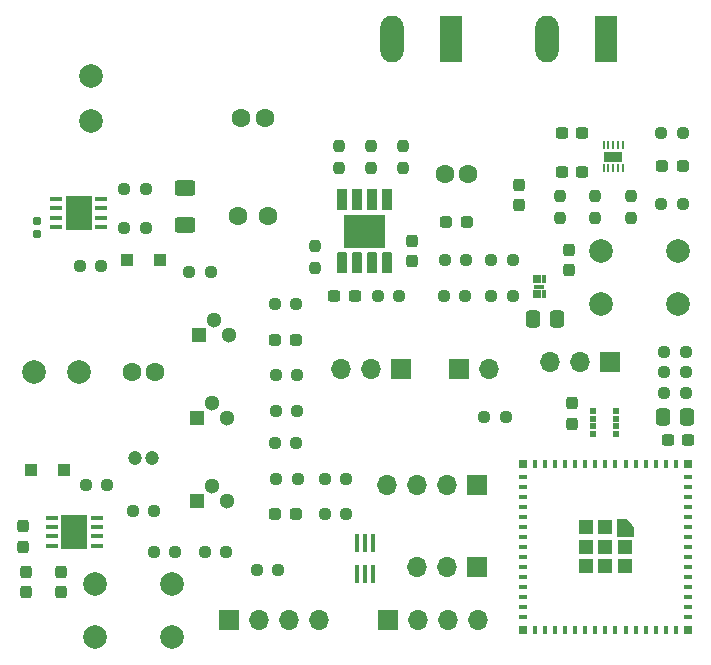
<source format=gts>
%TF.GenerationSoftware,KiCad,Pcbnew,(6.0.9)*%
%TF.CreationDate,2023-04-25T00:13:10-06:00*%
%TF.ProjectId,WeatherStation,57656174-6865-4725-9374-6174696f6e2e,rev?*%
%TF.SameCoordinates,Original*%
%TF.FileFunction,Soldermask,Top*%
%TF.FilePolarity,Negative*%
%FSLAX46Y46*%
G04 Gerber Fmt 4.6, Leading zero omitted, Abs format (unit mm)*
G04 Created by KiCad (PCBNEW (6.0.9)) date 2023-04-25 00:13:10*
%MOMM*%
%LPD*%
G01*
G04 APERTURE LIST*
G04 Aperture macros list*
%AMRoundRect*
0 Rectangle with rounded corners*
0 $1 Rounding radius*
0 $2 $3 $4 $5 $6 $7 $8 $9 X,Y pos of 4 corners*
0 Add a 4 corners polygon primitive as box body*
4,1,4,$2,$3,$4,$5,$6,$7,$8,$9,$2,$3,0*
0 Add four circle primitives for the rounded corners*
1,1,$1+$1,$2,$3*
1,1,$1+$1,$4,$5*
1,1,$1+$1,$6,$7*
1,1,$1+$1,$8,$9*
0 Add four rect primitives between the rounded corners*
20,1,$1+$1,$2,$3,$4,$5,0*
20,1,$1+$1,$4,$5,$6,$7,0*
20,1,$1+$1,$6,$7,$8,$9,0*
20,1,$1+$1,$8,$9,$2,$3,0*%
G04 Aperture macros list end*
%ADD10C,0.010000*%
%ADD11R,1.100000X1.100000*%
%ADD12C,2.000000*%
%ADD13RoundRect,0.237500X-0.250000X-0.237500X0.250000X-0.237500X0.250000X0.237500X-0.250000X0.237500X0*%
%ADD14RoundRect,0.237500X-0.300000X-0.237500X0.300000X-0.237500X0.300000X0.237500X-0.300000X0.237500X0*%
%ADD15C,1.600000*%
%ADD16R,1.300000X1.300000*%
%ADD17C,1.300000*%
%ADD18RoundRect,0.237500X-0.237500X0.300000X-0.237500X-0.300000X0.237500X-0.300000X0.237500X0.300000X0*%
%ADD19RoundRect,0.237500X0.250000X0.237500X-0.250000X0.237500X-0.250000X-0.237500X0.250000X-0.237500X0*%
%ADD20RoundRect,0.250000X0.337500X0.475000X-0.337500X0.475000X-0.337500X-0.475000X0.337500X-0.475000X0*%
%ADD21RoundRect,0.237500X0.237500X-0.300000X0.237500X0.300000X-0.237500X0.300000X-0.237500X-0.300000X0*%
%ADD22RoundRect,0.237500X0.287500X0.237500X-0.287500X0.237500X-0.287500X-0.237500X0.287500X-0.237500X0*%
%ADD23RoundRect,0.006000X0.094000X-0.319000X0.094000X0.319000X-0.094000X0.319000X-0.094000X-0.319000X0*%
%ADD24R,0.940000X0.300000*%
%ADD25RoundRect,0.237500X0.237500X-0.250000X0.237500X0.250000X-0.237500X0.250000X-0.237500X-0.250000X0*%
%ADD26C,1.200000*%
%ADD27RoundRect,0.155000X-0.155000X0.212500X-0.155000X-0.212500X0.155000X-0.212500X0.155000X0.212500X0*%
%ADD28R,1.700000X1.700000*%
%ADD29O,1.700000X1.700000*%
%ADD30RoundRect,0.027000X-0.218000X-0.198000X0.218000X-0.198000X0.218000X0.198000X-0.218000X0.198000X0*%
%ADD31RoundRect,0.025600X-0.454400X-0.134400X0.454400X-0.134400X0.454400X0.134400X-0.454400X0.134400X0*%
%ADD32RoundRect,0.025600X0.454400X0.134400X-0.454400X0.134400X-0.454400X-0.134400X0.454400X-0.134400X0*%
%ADD33R,2.200000X3.000000*%
%ADD34R,1.980000X3.960000*%
%ADD35O,1.980000X3.960000*%
%ADD36R,0.400000X1.500000*%
%ADD37RoundRect,0.237500X0.237500X-0.287500X0.237500X0.287500X-0.237500X0.287500X-0.237500X-0.287500X0*%
%ADD38RoundRect,0.250000X-0.337500X-0.475000X0.337500X-0.475000X0.337500X0.475000X-0.337500X0.475000X0*%
%ADD39RoundRect,0.250000X-0.625000X0.400000X-0.625000X-0.400000X0.625000X-0.400000X0.625000X0.400000X0*%
%ADD40R,0.220000X0.760000*%
%ADD41R,1.500000X0.900000*%
%ADD42RoundRect,0.237500X0.300000X0.237500X-0.300000X0.237500X-0.300000X-0.237500X0.300000X-0.237500X0*%
%ADD43R,0.400000X0.800000*%
%ADD44R,0.800000X0.400000*%
%ADD45R,1.200000X1.200000*%
%ADD46R,0.800000X0.800000*%
%ADD47RoundRect,0.237500X-0.237500X0.250000X-0.237500X-0.250000X0.237500X-0.250000X0.237500X0.250000X0*%
G04 APERTURE END LIST*
%TO.C,U1*%
G36*
X161605500Y-103106000D02*
G01*
X161607500Y-103106000D01*
X161610500Y-103107000D01*
X161612500Y-103107000D01*
X161615500Y-103108000D01*
X161617500Y-103109000D01*
X161620500Y-103110000D01*
X161622500Y-103112000D01*
X161624500Y-103113000D01*
X161626500Y-103115000D01*
X161628500Y-103116000D01*
X161636500Y-103124000D01*
X161637500Y-103126000D01*
X161639500Y-103128000D01*
X161640500Y-103130000D01*
X161642500Y-103132000D01*
X161643500Y-103135000D01*
X161644500Y-103137000D01*
X161645500Y-103140000D01*
X161645500Y-103142000D01*
X161646500Y-103145000D01*
X161646500Y-103147000D01*
X161647500Y-103150000D01*
X161647500Y-104750000D01*
X161646500Y-104753000D01*
X161646500Y-104755000D01*
X161645500Y-104758000D01*
X161645500Y-104760000D01*
X161644500Y-104763000D01*
X161643500Y-104765000D01*
X161642500Y-104768000D01*
X161640500Y-104770000D01*
X161639500Y-104772000D01*
X161637500Y-104774000D01*
X161636500Y-104776000D01*
X161628500Y-104784000D01*
X161626500Y-104785000D01*
X161624500Y-104787000D01*
X161622500Y-104788000D01*
X161620500Y-104790000D01*
X161617500Y-104791000D01*
X161615500Y-104792000D01*
X161612500Y-104793000D01*
X161610500Y-104793000D01*
X161607500Y-104794000D01*
X161605500Y-104794000D01*
X161602500Y-104795000D01*
X160952500Y-104795000D01*
X160949500Y-104794000D01*
X160947500Y-104794000D01*
X160944500Y-104793000D01*
X160942500Y-104793000D01*
X160939500Y-104792000D01*
X160937500Y-104791000D01*
X160934500Y-104790000D01*
X160932500Y-104788000D01*
X160930500Y-104787000D01*
X160928500Y-104785000D01*
X160926500Y-104784000D01*
X160918500Y-104776000D01*
X160917500Y-104774000D01*
X160915500Y-104772000D01*
X160914500Y-104770000D01*
X160912500Y-104768000D01*
X160911500Y-104765000D01*
X160910500Y-104763000D01*
X160909500Y-104760000D01*
X160909500Y-104758000D01*
X160908500Y-104755000D01*
X160908500Y-104753000D01*
X160907500Y-104750000D01*
X160907500Y-103150000D01*
X160908500Y-103147000D01*
X160908500Y-103145000D01*
X160909500Y-103142000D01*
X160909500Y-103140000D01*
X160910500Y-103137000D01*
X160911500Y-103135000D01*
X160912500Y-103132000D01*
X160914500Y-103130000D01*
X160915500Y-103128000D01*
X160917500Y-103126000D01*
X160918500Y-103124000D01*
X160926500Y-103116000D01*
X160928500Y-103115000D01*
X160930500Y-103113000D01*
X160932500Y-103112000D01*
X160934500Y-103110000D01*
X160937500Y-103109000D01*
X160939500Y-103108000D01*
X160942500Y-103107000D01*
X160944500Y-103107000D01*
X160947500Y-103106000D01*
X160949500Y-103106000D01*
X160952500Y-103105000D01*
X161602500Y-103105000D01*
X161605500Y-103106000D01*
G37*
D10*
X161605500Y-103106000D02*
X161607500Y-103106000D01*
X161610500Y-103107000D01*
X161612500Y-103107000D01*
X161615500Y-103108000D01*
X161617500Y-103109000D01*
X161620500Y-103110000D01*
X161622500Y-103112000D01*
X161624500Y-103113000D01*
X161626500Y-103115000D01*
X161628500Y-103116000D01*
X161636500Y-103124000D01*
X161637500Y-103126000D01*
X161639500Y-103128000D01*
X161640500Y-103130000D01*
X161642500Y-103132000D01*
X161643500Y-103135000D01*
X161644500Y-103137000D01*
X161645500Y-103140000D01*
X161645500Y-103142000D01*
X161646500Y-103145000D01*
X161646500Y-103147000D01*
X161647500Y-103150000D01*
X161647500Y-104750000D01*
X161646500Y-104753000D01*
X161646500Y-104755000D01*
X161645500Y-104758000D01*
X161645500Y-104760000D01*
X161644500Y-104763000D01*
X161643500Y-104765000D01*
X161642500Y-104768000D01*
X161640500Y-104770000D01*
X161639500Y-104772000D01*
X161637500Y-104774000D01*
X161636500Y-104776000D01*
X161628500Y-104784000D01*
X161626500Y-104785000D01*
X161624500Y-104787000D01*
X161622500Y-104788000D01*
X161620500Y-104790000D01*
X161617500Y-104791000D01*
X161615500Y-104792000D01*
X161612500Y-104793000D01*
X161610500Y-104793000D01*
X161607500Y-104794000D01*
X161605500Y-104794000D01*
X161602500Y-104795000D01*
X160952500Y-104795000D01*
X160949500Y-104794000D01*
X160947500Y-104794000D01*
X160944500Y-104793000D01*
X160942500Y-104793000D01*
X160939500Y-104792000D01*
X160937500Y-104791000D01*
X160934500Y-104790000D01*
X160932500Y-104788000D01*
X160930500Y-104787000D01*
X160928500Y-104785000D01*
X160926500Y-104784000D01*
X160918500Y-104776000D01*
X160917500Y-104774000D01*
X160915500Y-104772000D01*
X160914500Y-104770000D01*
X160912500Y-104768000D01*
X160911500Y-104765000D01*
X160910500Y-104763000D01*
X160909500Y-104760000D01*
X160909500Y-104758000D01*
X160908500Y-104755000D01*
X160908500Y-104753000D01*
X160907500Y-104750000D01*
X160907500Y-103150000D01*
X160908500Y-103147000D01*
X160908500Y-103145000D01*
X160909500Y-103142000D01*
X160909500Y-103140000D01*
X160910500Y-103137000D01*
X160911500Y-103135000D01*
X160912500Y-103132000D01*
X160914500Y-103130000D01*
X160915500Y-103128000D01*
X160917500Y-103126000D01*
X160918500Y-103124000D01*
X160926500Y-103116000D01*
X160928500Y-103115000D01*
X160930500Y-103113000D01*
X160932500Y-103112000D01*
X160934500Y-103110000D01*
X160937500Y-103109000D01*
X160939500Y-103108000D01*
X160942500Y-103107000D01*
X160944500Y-103107000D01*
X160947500Y-103106000D01*
X160949500Y-103106000D01*
X160952500Y-103105000D01*
X161602500Y-103105000D01*
X161605500Y-103106000D01*
G36*
X162875500Y-97706000D02*
G01*
X162877500Y-97706000D01*
X162880500Y-97707000D01*
X162882500Y-97707000D01*
X162885500Y-97708000D01*
X162887500Y-97709000D01*
X162890500Y-97710000D01*
X162892500Y-97712000D01*
X162894500Y-97713000D01*
X162896500Y-97715000D01*
X162898500Y-97716000D01*
X162906500Y-97724000D01*
X162907500Y-97726000D01*
X162909500Y-97728000D01*
X162910500Y-97730000D01*
X162912500Y-97732000D01*
X162913500Y-97735000D01*
X162914500Y-97737000D01*
X162915500Y-97740000D01*
X162915500Y-97742000D01*
X162916500Y-97745000D01*
X162916500Y-97747000D01*
X162917500Y-97750000D01*
X162917500Y-99350000D01*
X162916500Y-99353000D01*
X162916500Y-99355000D01*
X162915500Y-99358000D01*
X162915500Y-99360000D01*
X162914500Y-99363000D01*
X162913500Y-99365000D01*
X162912500Y-99368000D01*
X162910500Y-99370000D01*
X162909500Y-99372000D01*
X162907500Y-99374000D01*
X162906500Y-99376000D01*
X162898500Y-99384000D01*
X162896500Y-99385000D01*
X162894500Y-99387000D01*
X162892500Y-99388000D01*
X162890500Y-99390000D01*
X162887500Y-99391000D01*
X162885500Y-99392000D01*
X162882500Y-99393000D01*
X162880500Y-99393000D01*
X162877500Y-99394000D01*
X162875500Y-99394000D01*
X162872500Y-99395000D01*
X162222500Y-99395000D01*
X162219500Y-99394000D01*
X162217500Y-99394000D01*
X162214500Y-99393000D01*
X162212500Y-99393000D01*
X162209500Y-99392000D01*
X162207500Y-99391000D01*
X162204500Y-99390000D01*
X162202500Y-99388000D01*
X162200500Y-99387000D01*
X162198500Y-99385000D01*
X162196500Y-99384000D01*
X162188500Y-99376000D01*
X162187500Y-99374000D01*
X162185500Y-99372000D01*
X162184500Y-99370000D01*
X162182500Y-99368000D01*
X162181500Y-99365000D01*
X162180500Y-99363000D01*
X162179500Y-99360000D01*
X162179500Y-99358000D01*
X162178500Y-99355000D01*
X162178500Y-99353000D01*
X162177500Y-99350000D01*
X162177500Y-97750000D01*
X162178500Y-97747000D01*
X162178500Y-97745000D01*
X162179500Y-97742000D01*
X162179500Y-97740000D01*
X162180500Y-97737000D01*
X162181500Y-97735000D01*
X162182500Y-97732000D01*
X162184500Y-97730000D01*
X162185500Y-97728000D01*
X162187500Y-97726000D01*
X162188500Y-97724000D01*
X162196500Y-97716000D01*
X162198500Y-97715000D01*
X162200500Y-97713000D01*
X162202500Y-97712000D01*
X162204500Y-97710000D01*
X162207500Y-97709000D01*
X162209500Y-97708000D01*
X162212500Y-97707000D01*
X162214500Y-97707000D01*
X162217500Y-97706000D01*
X162219500Y-97706000D01*
X162222500Y-97705000D01*
X162872500Y-97705000D01*
X162875500Y-97706000D01*
G37*
X162875500Y-97706000D02*
X162877500Y-97706000D01*
X162880500Y-97707000D01*
X162882500Y-97707000D01*
X162885500Y-97708000D01*
X162887500Y-97709000D01*
X162890500Y-97710000D01*
X162892500Y-97712000D01*
X162894500Y-97713000D01*
X162896500Y-97715000D01*
X162898500Y-97716000D01*
X162906500Y-97724000D01*
X162907500Y-97726000D01*
X162909500Y-97728000D01*
X162910500Y-97730000D01*
X162912500Y-97732000D01*
X162913500Y-97735000D01*
X162914500Y-97737000D01*
X162915500Y-97740000D01*
X162915500Y-97742000D01*
X162916500Y-97745000D01*
X162916500Y-97747000D01*
X162917500Y-97750000D01*
X162917500Y-99350000D01*
X162916500Y-99353000D01*
X162916500Y-99355000D01*
X162915500Y-99358000D01*
X162915500Y-99360000D01*
X162914500Y-99363000D01*
X162913500Y-99365000D01*
X162912500Y-99368000D01*
X162910500Y-99370000D01*
X162909500Y-99372000D01*
X162907500Y-99374000D01*
X162906500Y-99376000D01*
X162898500Y-99384000D01*
X162896500Y-99385000D01*
X162894500Y-99387000D01*
X162892500Y-99388000D01*
X162890500Y-99390000D01*
X162887500Y-99391000D01*
X162885500Y-99392000D01*
X162882500Y-99393000D01*
X162880500Y-99393000D01*
X162877500Y-99394000D01*
X162875500Y-99394000D01*
X162872500Y-99395000D01*
X162222500Y-99395000D01*
X162219500Y-99394000D01*
X162217500Y-99394000D01*
X162214500Y-99393000D01*
X162212500Y-99393000D01*
X162209500Y-99392000D01*
X162207500Y-99391000D01*
X162204500Y-99390000D01*
X162202500Y-99388000D01*
X162200500Y-99387000D01*
X162198500Y-99385000D01*
X162196500Y-99384000D01*
X162188500Y-99376000D01*
X162187500Y-99374000D01*
X162185500Y-99372000D01*
X162184500Y-99370000D01*
X162182500Y-99368000D01*
X162181500Y-99365000D01*
X162180500Y-99363000D01*
X162179500Y-99360000D01*
X162179500Y-99358000D01*
X162178500Y-99355000D01*
X162178500Y-99353000D01*
X162177500Y-99350000D01*
X162177500Y-97750000D01*
X162178500Y-97747000D01*
X162178500Y-97745000D01*
X162179500Y-97742000D01*
X162179500Y-97740000D01*
X162180500Y-97737000D01*
X162181500Y-97735000D01*
X162182500Y-97732000D01*
X162184500Y-97730000D01*
X162185500Y-97728000D01*
X162187500Y-97726000D01*
X162188500Y-97724000D01*
X162196500Y-97716000D01*
X162198500Y-97715000D01*
X162200500Y-97713000D01*
X162202500Y-97712000D01*
X162204500Y-97710000D01*
X162207500Y-97709000D01*
X162209500Y-97708000D01*
X162212500Y-97707000D01*
X162214500Y-97707000D01*
X162217500Y-97706000D01*
X162219500Y-97706000D01*
X162222500Y-97705000D01*
X162872500Y-97705000D01*
X162875500Y-97706000D01*
G36*
X162875500Y-103106000D02*
G01*
X162877500Y-103106000D01*
X162880500Y-103107000D01*
X162882500Y-103107000D01*
X162885500Y-103108000D01*
X162887500Y-103109000D01*
X162890500Y-103110000D01*
X162892500Y-103112000D01*
X162894500Y-103113000D01*
X162896500Y-103115000D01*
X162898500Y-103116000D01*
X162906500Y-103124000D01*
X162907500Y-103126000D01*
X162909500Y-103128000D01*
X162910500Y-103130000D01*
X162912500Y-103132000D01*
X162913500Y-103135000D01*
X162914500Y-103137000D01*
X162915500Y-103140000D01*
X162915500Y-103142000D01*
X162916500Y-103145000D01*
X162916500Y-103147000D01*
X162917500Y-103150000D01*
X162917500Y-104750000D01*
X162916500Y-104753000D01*
X162916500Y-104755000D01*
X162915500Y-104758000D01*
X162915500Y-104760000D01*
X162914500Y-104763000D01*
X162913500Y-104765000D01*
X162912500Y-104768000D01*
X162910500Y-104770000D01*
X162909500Y-104772000D01*
X162907500Y-104774000D01*
X162906500Y-104776000D01*
X162898500Y-104784000D01*
X162896500Y-104785000D01*
X162894500Y-104787000D01*
X162892500Y-104788000D01*
X162890500Y-104790000D01*
X162887500Y-104791000D01*
X162885500Y-104792000D01*
X162882500Y-104793000D01*
X162880500Y-104793000D01*
X162877500Y-104794000D01*
X162875500Y-104794000D01*
X162872500Y-104795000D01*
X162222500Y-104795000D01*
X162219500Y-104794000D01*
X162217500Y-104794000D01*
X162214500Y-104793000D01*
X162212500Y-104793000D01*
X162209500Y-104792000D01*
X162207500Y-104791000D01*
X162204500Y-104790000D01*
X162202500Y-104788000D01*
X162200500Y-104787000D01*
X162198500Y-104785000D01*
X162196500Y-104784000D01*
X162188500Y-104776000D01*
X162187500Y-104774000D01*
X162185500Y-104772000D01*
X162184500Y-104770000D01*
X162182500Y-104768000D01*
X162181500Y-104765000D01*
X162180500Y-104763000D01*
X162179500Y-104760000D01*
X162179500Y-104758000D01*
X162178500Y-104755000D01*
X162178500Y-104753000D01*
X162177500Y-104750000D01*
X162177500Y-103150000D01*
X162178500Y-103147000D01*
X162178500Y-103145000D01*
X162179500Y-103142000D01*
X162179500Y-103140000D01*
X162180500Y-103137000D01*
X162181500Y-103135000D01*
X162182500Y-103132000D01*
X162184500Y-103130000D01*
X162185500Y-103128000D01*
X162187500Y-103126000D01*
X162188500Y-103124000D01*
X162196500Y-103116000D01*
X162198500Y-103115000D01*
X162200500Y-103113000D01*
X162202500Y-103112000D01*
X162204500Y-103110000D01*
X162207500Y-103109000D01*
X162209500Y-103108000D01*
X162212500Y-103107000D01*
X162214500Y-103107000D01*
X162217500Y-103106000D01*
X162219500Y-103106000D01*
X162222500Y-103105000D01*
X162872500Y-103105000D01*
X162875500Y-103106000D01*
G37*
X162875500Y-103106000D02*
X162877500Y-103106000D01*
X162880500Y-103107000D01*
X162882500Y-103107000D01*
X162885500Y-103108000D01*
X162887500Y-103109000D01*
X162890500Y-103110000D01*
X162892500Y-103112000D01*
X162894500Y-103113000D01*
X162896500Y-103115000D01*
X162898500Y-103116000D01*
X162906500Y-103124000D01*
X162907500Y-103126000D01*
X162909500Y-103128000D01*
X162910500Y-103130000D01*
X162912500Y-103132000D01*
X162913500Y-103135000D01*
X162914500Y-103137000D01*
X162915500Y-103140000D01*
X162915500Y-103142000D01*
X162916500Y-103145000D01*
X162916500Y-103147000D01*
X162917500Y-103150000D01*
X162917500Y-104750000D01*
X162916500Y-104753000D01*
X162916500Y-104755000D01*
X162915500Y-104758000D01*
X162915500Y-104760000D01*
X162914500Y-104763000D01*
X162913500Y-104765000D01*
X162912500Y-104768000D01*
X162910500Y-104770000D01*
X162909500Y-104772000D01*
X162907500Y-104774000D01*
X162906500Y-104776000D01*
X162898500Y-104784000D01*
X162896500Y-104785000D01*
X162894500Y-104787000D01*
X162892500Y-104788000D01*
X162890500Y-104790000D01*
X162887500Y-104791000D01*
X162885500Y-104792000D01*
X162882500Y-104793000D01*
X162880500Y-104793000D01*
X162877500Y-104794000D01*
X162875500Y-104794000D01*
X162872500Y-104795000D01*
X162222500Y-104795000D01*
X162219500Y-104794000D01*
X162217500Y-104794000D01*
X162214500Y-104793000D01*
X162212500Y-104793000D01*
X162209500Y-104792000D01*
X162207500Y-104791000D01*
X162204500Y-104790000D01*
X162202500Y-104788000D01*
X162200500Y-104787000D01*
X162198500Y-104785000D01*
X162196500Y-104784000D01*
X162188500Y-104776000D01*
X162187500Y-104774000D01*
X162185500Y-104772000D01*
X162184500Y-104770000D01*
X162182500Y-104768000D01*
X162181500Y-104765000D01*
X162180500Y-104763000D01*
X162179500Y-104760000D01*
X162179500Y-104758000D01*
X162178500Y-104755000D01*
X162178500Y-104753000D01*
X162177500Y-104750000D01*
X162177500Y-103150000D01*
X162178500Y-103147000D01*
X162178500Y-103145000D01*
X162179500Y-103142000D01*
X162179500Y-103140000D01*
X162180500Y-103137000D01*
X162181500Y-103135000D01*
X162182500Y-103132000D01*
X162184500Y-103130000D01*
X162185500Y-103128000D01*
X162187500Y-103126000D01*
X162188500Y-103124000D01*
X162196500Y-103116000D01*
X162198500Y-103115000D01*
X162200500Y-103113000D01*
X162202500Y-103112000D01*
X162204500Y-103110000D01*
X162207500Y-103109000D01*
X162209500Y-103108000D01*
X162212500Y-103107000D01*
X162214500Y-103107000D01*
X162217500Y-103106000D01*
X162219500Y-103106000D01*
X162222500Y-103105000D01*
X162872500Y-103105000D01*
X162875500Y-103106000D01*
G36*
X164145500Y-97706000D02*
G01*
X164147500Y-97706000D01*
X164150500Y-97707000D01*
X164152500Y-97707000D01*
X164155500Y-97708000D01*
X164157500Y-97709000D01*
X164160500Y-97710000D01*
X164162500Y-97712000D01*
X164164500Y-97713000D01*
X164166500Y-97715000D01*
X164168500Y-97716000D01*
X164176500Y-97724000D01*
X164177500Y-97726000D01*
X164179500Y-97728000D01*
X164180500Y-97730000D01*
X164182500Y-97732000D01*
X164183500Y-97735000D01*
X164184500Y-97737000D01*
X164185500Y-97740000D01*
X164185500Y-97742000D01*
X164186500Y-97745000D01*
X164186500Y-97747000D01*
X164187500Y-97750000D01*
X164187500Y-99350000D01*
X164186500Y-99353000D01*
X164186500Y-99355000D01*
X164185500Y-99358000D01*
X164185500Y-99360000D01*
X164184500Y-99363000D01*
X164183500Y-99365000D01*
X164182500Y-99368000D01*
X164180500Y-99370000D01*
X164179500Y-99372000D01*
X164177500Y-99374000D01*
X164176500Y-99376000D01*
X164168500Y-99384000D01*
X164166500Y-99385000D01*
X164164500Y-99387000D01*
X164162500Y-99388000D01*
X164160500Y-99390000D01*
X164157500Y-99391000D01*
X164155500Y-99392000D01*
X164152500Y-99393000D01*
X164150500Y-99393000D01*
X164147500Y-99394000D01*
X164145500Y-99394000D01*
X164142500Y-99395000D01*
X163492500Y-99395000D01*
X163489500Y-99394000D01*
X163487500Y-99394000D01*
X163484500Y-99393000D01*
X163482500Y-99393000D01*
X163479500Y-99392000D01*
X163477500Y-99391000D01*
X163474500Y-99390000D01*
X163472500Y-99388000D01*
X163470500Y-99387000D01*
X163468500Y-99385000D01*
X163466500Y-99384000D01*
X163458500Y-99376000D01*
X163457500Y-99374000D01*
X163455500Y-99372000D01*
X163454500Y-99370000D01*
X163452500Y-99368000D01*
X163451500Y-99365000D01*
X163450500Y-99363000D01*
X163449500Y-99360000D01*
X163449500Y-99358000D01*
X163448500Y-99355000D01*
X163448500Y-99353000D01*
X163447500Y-99350000D01*
X163447500Y-97750000D01*
X163448500Y-97747000D01*
X163448500Y-97745000D01*
X163449500Y-97742000D01*
X163449500Y-97740000D01*
X163450500Y-97737000D01*
X163451500Y-97735000D01*
X163452500Y-97732000D01*
X163454500Y-97730000D01*
X163455500Y-97728000D01*
X163457500Y-97726000D01*
X163458500Y-97724000D01*
X163466500Y-97716000D01*
X163468500Y-97715000D01*
X163470500Y-97713000D01*
X163472500Y-97712000D01*
X163474500Y-97710000D01*
X163477500Y-97709000D01*
X163479500Y-97708000D01*
X163482500Y-97707000D01*
X163484500Y-97707000D01*
X163487500Y-97706000D01*
X163489500Y-97706000D01*
X163492500Y-97705000D01*
X164142500Y-97705000D01*
X164145500Y-97706000D01*
G37*
X164145500Y-97706000D02*
X164147500Y-97706000D01*
X164150500Y-97707000D01*
X164152500Y-97707000D01*
X164155500Y-97708000D01*
X164157500Y-97709000D01*
X164160500Y-97710000D01*
X164162500Y-97712000D01*
X164164500Y-97713000D01*
X164166500Y-97715000D01*
X164168500Y-97716000D01*
X164176500Y-97724000D01*
X164177500Y-97726000D01*
X164179500Y-97728000D01*
X164180500Y-97730000D01*
X164182500Y-97732000D01*
X164183500Y-97735000D01*
X164184500Y-97737000D01*
X164185500Y-97740000D01*
X164185500Y-97742000D01*
X164186500Y-97745000D01*
X164186500Y-97747000D01*
X164187500Y-97750000D01*
X164187500Y-99350000D01*
X164186500Y-99353000D01*
X164186500Y-99355000D01*
X164185500Y-99358000D01*
X164185500Y-99360000D01*
X164184500Y-99363000D01*
X164183500Y-99365000D01*
X164182500Y-99368000D01*
X164180500Y-99370000D01*
X164179500Y-99372000D01*
X164177500Y-99374000D01*
X164176500Y-99376000D01*
X164168500Y-99384000D01*
X164166500Y-99385000D01*
X164164500Y-99387000D01*
X164162500Y-99388000D01*
X164160500Y-99390000D01*
X164157500Y-99391000D01*
X164155500Y-99392000D01*
X164152500Y-99393000D01*
X164150500Y-99393000D01*
X164147500Y-99394000D01*
X164145500Y-99394000D01*
X164142500Y-99395000D01*
X163492500Y-99395000D01*
X163489500Y-99394000D01*
X163487500Y-99394000D01*
X163484500Y-99393000D01*
X163482500Y-99393000D01*
X163479500Y-99392000D01*
X163477500Y-99391000D01*
X163474500Y-99390000D01*
X163472500Y-99388000D01*
X163470500Y-99387000D01*
X163468500Y-99385000D01*
X163466500Y-99384000D01*
X163458500Y-99376000D01*
X163457500Y-99374000D01*
X163455500Y-99372000D01*
X163454500Y-99370000D01*
X163452500Y-99368000D01*
X163451500Y-99365000D01*
X163450500Y-99363000D01*
X163449500Y-99360000D01*
X163449500Y-99358000D01*
X163448500Y-99355000D01*
X163448500Y-99353000D01*
X163447500Y-99350000D01*
X163447500Y-97750000D01*
X163448500Y-97747000D01*
X163448500Y-97745000D01*
X163449500Y-97742000D01*
X163449500Y-97740000D01*
X163450500Y-97737000D01*
X163451500Y-97735000D01*
X163452500Y-97732000D01*
X163454500Y-97730000D01*
X163455500Y-97728000D01*
X163457500Y-97726000D01*
X163458500Y-97724000D01*
X163466500Y-97716000D01*
X163468500Y-97715000D01*
X163470500Y-97713000D01*
X163472500Y-97712000D01*
X163474500Y-97710000D01*
X163477500Y-97709000D01*
X163479500Y-97708000D01*
X163482500Y-97707000D01*
X163484500Y-97707000D01*
X163487500Y-97706000D01*
X163489500Y-97706000D01*
X163492500Y-97705000D01*
X164142500Y-97705000D01*
X164145500Y-97706000D01*
G36*
X161605500Y-97706000D02*
G01*
X161607500Y-97706000D01*
X161610500Y-97707000D01*
X161612500Y-97707000D01*
X161615500Y-97708000D01*
X161617500Y-97709000D01*
X161620500Y-97710000D01*
X161622500Y-97712000D01*
X161624500Y-97713000D01*
X161626500Y-97715000D01*
X161628500Y-97716000D01*
X161636500Y-97724000D01*
X161637500Y-97726000D01*
X161639500Y-97728000D01*
X161640500Y-97730000D01*
X161642500Y-97732000D01*
X161643500Y-97735000D01*
X161644500Y-97737000D01*
X161645500Y-97740000D01*
X161645500Y-97742000D01*
X161646500Y-97745000D01*
X161646500Y-97747000D01*
X161647500Y-97750000D01*
X161647500Y-99350000D01*
X161646500Y-99353000D01*
X161646500Y-99355000D01*
X161645500Y-99358000D01*
X161645500Y-99360000D01*
X161644500Y-99363000D01*
X161643500Y-99365000D01*
X161642500Y-99368000D01*
X161640500Y-99370000D01*
X161639500Y-99372000D01*
X161637500Y-99374000D01*
X161636500Y-99376000D01*
X161628500Y-99384000D01*
X161626500Y-99385000D01*
X161624500Y-99387000D01*
X161622500Y-99388000D01*
X161620500Y-99390000D01*
X161617500Y-99391000D01*
X161615500Y-99392000D01*
X161612500Y-99393000D01*
X161610500Y-99393000D01*
X161607500Y-99394000D01*
X161605500Y-99394000D01*
X161602500Y-99395000D01*
X160952500Y-99395000D01*
X160949500Y-99394000D01*
X160947500Y-99394000D01*
X160944500Y-99393000D01*
X160942500Y-99393000D01*
X160939500Y-99392000D01*
X160937500Y-99391000D01*
X160934500Y-99390000D01*
X160932500Y-99388000D01*
X160930500Y-99387000D01*
X160928500Y-99385000D01*
X160926500Y-99384000D01*
X160918500Y-99376000D01*
X160917500Y-99374000D01*
X160915500Y-99372000D01*
X160914500Y-99370000D01*
X160912500Y-99368000D01*
X160911500Y-99365000D01*
X160910500Y-99363000D01*
X160909500Y-99360000D01*
X160909500Y-99358000D01*
X160908500Y-99355000D01*
X160908500Y-99353000D01*
X160907500Y-99350000D01*
X160907500Y-97750000D01*
X160908500Y-97747000D01*
X160908500Y-97745000D01*
X160909500Y-97742000D01*
X160909500Y-97740000D01*
X160910500Y-97737000D01*
X160911500Y-97735000D01*
X160912500Y-97732000D01*
X160914500Y-97730000D01*
X160915500Y-97728000D01*
X160917500Y-97726000D01*
X160918500Y-97724000D01*
X160926500Y-97716000D01*
X160928500Y-97715000D01*
X160930500Y-97713000D01*
X160932500Y-97712000D01*
X160934500Y-97710000D01*
X160937500Y-97709000D01*
X160939500Y-97708000D01*
X160942500Y-97707000D01*
X160944500Y-97707000D01*
X160947500Y-97706000D01*
X160949500Y-97706000D01*
X160952500Y-97705000D01*
X161602500Y-97705000D01*
X161605500Y-97706000D01*
G37*
X161605500Y-97706000D02*
X161607500Y-97706000D01*
X161610500Y-97707000D01*
X161612500Y-97707000D01*
X161615500Y-97708000D01*
X161617500Y-97709000D01*
X161620500Y-97710000D01*
X161622500Y-97712000D01*
X161624500Y-97713000D01*
X161626500Y-97715000D01*
X161628500Y-97716000D01*
X161636500Y-97724000D01*
X161637500Y-97726000D01*
X161639500Y-97728000D01*
X161640500Y-97730000D01*
X161642500Y-97732000D01*
X161643500Y-97735000D01*
X161644500Y-97737000D01*
X161645500Y-97740000D01*
X161645500Y-97742000D01*
X161646500Y-97745000D01*
X161646500Y-97747000D01*
X161647500Y-97750000D01*
X161647500Y-99350000D01*
X161646500Y-99353000D01*
X161646500Y-99355000D01*
X161645500Y-99358000D01*
X161645500Y-99360000D01*
X161644500Y-99363000D01*
X161643500Y-99365000D01*
X161642500Y-99368000D01*
X161640500Y-99370000D01*
X161639500Y-99372000D01*
X161637500Y-99374000D01*
X161636500Y-99376000D01*
X161628500Y-99384000D01*
X161626500Y-99385000D01*
X161624500Y-99387000D01*
X161622500Y-99388000D01*
X161620500Y-99390000D01*
X161617500Y-99391000D01*
X161615500Y-99392000D01*
X161612500Y-99393000D01*
X161610500Y-99393000D01*
X161607500Y-99394000D01*
X161605500Y-99394000D01*
X161602500Y-99395000D01*
X160952500Y-99395000D01*
X160949500Y-99394000D01*
X160947500Y-99394000D01*
X160944500Y-99393000D01*
X160942500Y-99393000D01*
X160939500Y-99392000D01*
X160937500Y-99391000D01*
X160934500Y-99390000D01*
X160932500Y-99388000D01*
X160930500Y-99387000D01*
X160928500Y-99385000D01*
X160926500Y-99384000D01*
X160918500Y-99376000D01*
X160917500Y-99374000D01*
X160915500Y-99372000D01*
X160914500Y-99370000D01*
X160912500Y-99368000D01*
X160911500Y-99365000D01*
X160910500Y-99363000D01*
X160909500Y-99360000D01*
X160909500Y-99358000D01*
X160908500Y-99355000D01*
X160908500Y-99353000D01*
X160907500Y-99350000D01*
X160907500Y-97750000D01*
X160908500Y-97747000D01*
X160908500Y-97745000D01*
X160909500Y-97742000D01*
X160909500Y-97740000D01*
X160910500Y-97737000D01*
X160911500Y-97735000D01*
X160912500Y-97732000D01*
X160914500Y-97730000D01*
X160915500Y-97728000D01*
X160917500Y-97726000D01*
X160918500Y-97724000D01*
X160926500Y-97716000D01*
X160928500Y-97715000D01*
X160930500Y-97713000D01*
X160932500Y-97712000D01*
X160934500Y-97710000D01*
X160937500Y-97709000D01*
X160939500Y-97708000D01*
X160942500Y-97707000D01*
X160944500Y-97707000D01*
X160947500Y-97706000D01*
X160949500Y-97706000D01*
X160952500Y-97705000D01*
X161602500Y-97705000D01*
X161605500Y-97706000D01*
G36*
X160335500Y-97706000D02*
G01*
X160337500Y-97706000D01*
X160340500Y-97707000D01*
X160342500Y-97707000D01*
X160345500Y-97708000D01*
X160347500Y-97709000D01*
X160350500Y-97710000D01*
X160352500Y-97712000D01*
X160354500Y-97713000D01*
X160356500Y-97715000D01*
X160358500Y-97716000D01*
X160366500Y-97724000D01*
X160367500Y-97726000D01*
X160369500Y-97728000D01*
X160370500Y-97730000D01*
X160372500Y-97732000D01*
X160373500Y-97735000D01*
X160374500Y-97737000D01*
X160375500Y-97740000D01*
X160375500Y-97742000D01*
X160376500Y-97745000D01*
X160376500Y-97747000D01*
X160377500Y-97750000D01*
X160377500Y-99350000D01*
X160376500Y-99353000D01*
X160376500Y-99355000D01*
X160375500Y-99358000D01*
X160375500Y-99360000D01*
X160374500Y-99363000D01*
X160373500Y-99365000D01*
X160372500Y-99368000D01*
X160370500Y-99370000D01*
X160369500Y-99372000D01*
X160367500Y-99374000D01*
X160366500Y-99376000D01*
X160358500Y-99384000D01*
X160356500Y-99385000D01*
X160354500Y-99387000D01*
X160352500Y-99388000D01*
X160350500Y-99390000D01*
X160347500Y-99391000D01*
X160345500Y-99392000D01*
X160342500Y-99393000D01*
X160340500Y-99393000D01*
X160337500Y-99394000D01*
X160335500Y-99394000D01*
X160332500Y-99395000D01*
X159682500Y-99395000D01*
X159679500Y-99394000D01*
X159677500Y-99394000D01*
X159674500Y-99393000D01*
X159672500Y-99393000D01*
X159669500Y-99392000D01*
X159667500Y-99391000D01*
X159664500Y-99390000D01*
X159662500Y-99388000D01*
X159660500Y-99387000D01*
X159658500Y-99385000D01*
X159656500Y-99384000D01*
X159648500Y-99376000D01*
X159647500Y-99374000D01*
X159645500Y-99372000D01*
X159644500Y-99370000D01*
X159642500Y-99368000D01*
X159641500Y-99365000D01*
X159640500Y-99363000D01*
X159639500Y-99360000D01*
X159639500Y-99358000D01*
X159638500Y-99355000D01*
X159638500Y-99353000D01*
X159637500Y-99350000D01*
X159637500Y-97750000D01*
X159638500Y-97747000D01*
X159638500Y-97745000D01*
X159639500Y-97742000D01*
X159639500Y-97740000D01*
X159640500Y-97737000D01*
X159641500Y-97735000D01*
X159642500Y-97732000D01*
X159644500Y-97730000D01*
X159645500Y-97728000D01*
X159647500Y-97726000D01*
X159648500Y-97724000D01*
X159656500Y-97716000D01*
X159658500Y-97715000D01*
X159660500Y-97713000D01*
X159662500Y-97712000D01*
X159664500Y-97710000D01*
X159667500Y-97709000D01*
X159669500Y-97708000D01*
X159672500Y-97707000D01*
X159674500Y-97707000D01*
X159677500Y-97706000D01*
X159679500Y-97706000D01*
X159682500Y-97705000D01*
X160332500Y-97705000D01*
X160335500Y-97706000D01*
G37*
X160335500Y-97706000D02*
X160337500Y-97706000D01*
X160340500Y-97707000D01*
X160342500Y-97707000D01*
X160345500Y-97708000D01*
X160347500Y-97709000D01*
X160350500Y-97710000D01*
X160352500Y-97712000D01*
X160354500Y-97713000D01*
X160356500Y-97715000D01*
X160358500Y-97716000D01*
X160366500Y-97724000D01*
X160367500Y-97726000D01*
X160369500Y-97728000D01*
X160370500Y-97730000D01*
X160372500Y-97732000D01*
X160373500Y-97735000D01*
X160374500Y-97737000D01*
X160375500Y-97740000D01*
X160375500Y-97742000D01*
X160376500Y-97745000D01*
X160376500Y-97747000D01*
X160377500Y-97750000D01*
X160377500Y-99350000D01*
X160376500Y-99353000D01*
X160376500Y-99355000D01*
X160375500Y-99358000D01*
X160375500Y-99360000D01*
X160374500Y-99363000D01*
X160373500Y-99365000D01*
X160372500Y-99368000D01*
X160370500Y-99370000D01*
X160369500Y-99372000D01*
X160367500Y-99374000D01*
X160366500Y-99376000D01*
X160358500Y-99384000D01*
X160356500Y-99385000D01*
X160354500Y-99387000D01*
X160352500Y-99388000D01*
X160350500Y-99390000D01*
X160347500Y-99391000D01*
X160345500Y-99392000D01*
X160342500Y-99393000D01*
X160340500Y-99393000D01*
X160337500Y-99394000D01*
X160335500Y-99394000D01*
X160332500Y-99395000D01*
X159682500Y-99395000D01*
X159679500Y-99394000D01*
X159677500Y-99394000D01*
X159674500Y-99393000D01*
X159672500Y-99393000D01*
X159669500Y-99392000D01*
X159667500Y-99391000D01*
X159664500Y-99390000D01*
X159662500Y-99388000D01*
X159660500Y-99387000D01*
X159658500Y-99385000D01*
X159656500Y-99384000D01*
X159648500Y-99376000D01*
X159647500Y-99374000D01*
X159645500Y-99372000D01*
X159644500Y-99370000D01*
X159642500Y-99368000D01*
X159641500Y-99365000D01*
X159640500Y-99363000D01*
X159639500Y-99360000D01*
X159639500Y-99358000D01*
X159638500Y-99355000D01*
X159638500Y-99353000D01*
X159637500Y-99350000D01*
X159637500Y-97750000D01*
X159638500Y-97747000D01*
X159638500Y-97745000D01*
X159639500Y-97742000D01*
X159639500Y-97740000D01*
X159640500Y-97737000D01*
X159641500Y-97735000D01*
X159642500Y-97732000D01*
X159644500Y-97730000D01*
X159645500Y-97728000D01*
X159647500Y-97726000D01*
X159648500Y-97724000D01*
X159656500Y-97716000D01*
X159658500Y-97715000D01*
X159660500Y-97713000D01*
X159662500Y-97712000D01*
X159664500Y-97710000D01*
X159667500Y-97709000D01*
X159669500Y-97708000D01*
X159672500Y-97707000D01*
X159674500Y-97707000D01*
X159677500Y-97706000D01*
X159679500Y-97706000D01*
X159682500Y-97705000D01*
X160332500Y-97705000D01*
X160335500Y-97706000D01*
G36*
X164145500Y-103106000D02*
G01*
X164147500Y-103106000D01*
X164150500Y-103107000D01*
X164152500Y-103107000D01*
X164155500Y-103108000D01*
X164157500Y-103109000D01*
X164160500Y-103110000D01*
X164162500Y-103112000D01*
X164164500Y-103113000D01*
X164166500Y-103115000D01*
X164168500Y-103116000D01*
X164176500Y-103124000D01*
X164177500Y-103126000D01*
X164179500Y-103128000D01*
X164180500Y-103130000D01*
X164182500Y-103132000D01*
X164183500Y-103135000D01*
X164184500Y-103137000D01*
X164185500Y-103140000D01*
X164185500Y-103142000D01*
X164186500Y-103145000D01*
X164186500Y-103147000D01*
X164187500Y-103150000D01*
X164187500Y-104750000D01*
X164186500Y-104753000D01*
X164186500Y-104755000D01*
X164185500Y-104758000D01*
X164185500Y-104760000D01*
X164184500Y-104763000D01*
X164183500Y-104765000D01*
X164182500Y-104768000D01*
X164180500Y-104770000D01*
X164179500Y-104772000D01*
X164177500Y-104774000D01*
X164176500Y-104776000D01*
X164168500Y-104784000D01*
X164166500Y-104785000D01*
X164164500Y-104787000D01*
X164162500Y-104788000D01*
X164160500Y-104790000D01*
X164157500Y-104791000D01*
X164155500Y-104792000D01*
X164152500Y-104793000D01*
X164150500Y-104793000D01*
X164147500Y-104794000D01*
X164145500Y-104794000D01*
X164142500Y-104795000D01*
X163492500Y-104795000D01*
X163489500Y-104794000D01*
X163487500Y-104794000D01*
X163484500Y-104793000D01*
X163482500Y-104793000D01*
X163479500Y-104792000D01*
X163477500Y-104791000D01*
X163474500Y-104790000D01*
X163472500Y-104788000D01*
X163470500Y-104787000D01*
X163468500Y-104785000D01*
X163466500Y-104784000D01*
X163458500Y-104776000D01*
X163457500Y-104774000D01*
X163455500Y-104772000D01*
X163454500Y-104770000D01*
X163452500Y-104768000D01*
X163451500Y-104765000D01*
X163450500Y-104763000D01*
X163449500Y-104760000D01*
X163449500Y-104758000D01*
X163448500Y-104755000D01*
X163448500Y-104753000D01*
X163447500Y-104750000D01*
X163447500Y-103150000D01*
X163448500Y-103147000D01*
X163448500Y-103145000D01*
X163449500Y-103142000D01*
X163449500Y-103140000D01*
X163450500Y-103137000D01*
X163451500Y-103135000D01*
X163452500Y-103132000D01*
X163454500Y-103130000D01*
X163455500Y-103128000D01*
X163457500Y-103126000D01*
X163458500Y-103124000D01*
X163466500Y-103116000D01*
X163468500Y-103115000D01*
X163470500Y-103113000D01*
X163472500Y-103112000D01*
X163474500Y-103110000D01*
X163477500Y-103109000D01*
X163479500Y-103108000D01*
X163482500Y-103107000D01*
X163484500Y-103107000D01*
X163487500Y-103106000D01*
X163489500Y-103106000D01*
X163492500Y-103105000D01*
X164142500Y-103105000D01*
X164145500Y-103106000D01*
G37*
X164145500Y-103106000D02*
X164147500Y-103106000D01*
X164150500Y-103107000D01*
X164152500Y-103107000D01*
X164155500Y-103108000D01*
X164157500Y-103109000D01*
X164160500Y-103110000D01*
X164162500Y-103112000D01*
X164164500Y-103113000D01*
X164166500Y-103115000D01*
X164168500Y-103116000D01*
X164176500Y-103124000D01*
X164177500Y-103126000D01*
X164179500Y-103128000D01*
X164180500Y-103130000D01*
X164182500Y-103132000D01*
X164183500Y-103135000D01*
X164184500Y-103137000D01*
X164185500Y-103140000D01*
X164185500Y-103142000D01*
X164186500Y-103145000D01*
X164186500Y-103147000D01*
X164187500Y-103150000D01*
X164187500Y-104750000D01*
X164186500Y-104753000D01*
X164186500Y-104755000D01*
X164185500Y-104758000D01*
X164185500Y-104760000D01*
X164184500Y-104763000D01*
X164183500Y-104765000D01*
X164182500Y-104768000D01*
X164180500Y-104770000D01*
X164179500Y-104772000D01*
X164177500Y-104774000D01*
X164176500Y-104776000D01*
X164168500Y-104784000D01*
X164166500Y-104785000D01*
X164164500Y-104787000D01*
X164162500Y-104788000D01*
X164160500Y-104790000D01*
X164157500Y-104791000D01*
X164155500Y-104792000D01*
X164152500Y-104793000D01*
X164150500Y-104793000D01*
X164147500Y-104794000D01*
X164145500Y-104794000D01*
X164142500Y-104795000D01*
X163492500Y-104795000D01*
X163489500Y-104794000D01*
X163487500Y-104794000D01*
X163484500Y-104793000D01*
X163482500Y-104793000D01*
X163479500Y-104792000D01*
X163477500Y-104791000D01*
X163474500Y-104790000D01*
X163472500Y-104788000D01*
X163470500Y-104787000D01*
X163468500Y-104785000D01*
X163466500Y-104784000D01*
X163458500Y-104776000D01*
X163457500Y-104774000D01*
X163455500Y-104772000D01*
X163454500Y-104770000D01*
X163452500Y-104768000D01*
X163451500Y-104765000D01*
X163450500Y-104763000D01*
X163449500Y-104760000D01*
X163449500Y-104758000D01*
X163448500Y-104755000D01*
X163448500Y-104753000D01*
X163447500Y-104750000D01*
X163447500Y-103150000D01*
X163448500Y-103147000D01*
X163448500Y-103145000D01*
X163449500Y-103142000D01*
X163449500Y-103140000D01*
X163450500Y-103137000D01*
X163451500Y-103135000D01*
X163452500Y-103132000D01*
X163454500Y-103130000D01*
X163455500Y-103128000D01*
X163457500Y-103126000D01*
X163458500Y-103124000D01*
X163466500Y-103116000D01*
X163468500Y-103115000D01*
X163470500Y-103113000D01*
X163472500Y-103112000D01*
X163474500Y-103110000D01*
X163477500Y-103109000D01*
X163479500Y-103108000D01*
X163482500Y-103107000D01*
X163484500Y-103107000D01*
X163487500Y-103106000D01*
X163489500Y-103106000D01*
X163492500Y-103105000D01*
X164142500Y-103105000D01*
X164145500Y-103106000D01*
G36*
X163612500Y-102605000D02*
G01*
X160212500Y-102605000D01*
X160212500Y-99895000D01*
X163612500Y-99895000D01*
X163612500Y-102605000D01*
G37*
X163612500Y-102605000D02*
X160212500Y-102605000D01*
X160212500Y-99895000D01*
X163612500Y-99895000D01*
X163612500Y-102605000D01*
G36*
X160335500Y-103106000D02*
G01*
X160337500Y-103106000D01*
X160340500Y-103107000D01*
X160342500Y-103107000D01*
X160345500Y-103108000D01*
X160347500Y-103109000D01*
X160350500Y-103110000D01*
X160352500Y-103112000D01*
X160354500Y-103113000D01*
X160356500Y-103115000D01*
X160358500Y-103116000D01*
X160366500Y-103124000D01*
X160367500Y-103126000D01*
X160369500Y-103128000D01*
X160370500Y-103130000D01*
X160372500Y-103132000D01*
X160373500Y-103135000D01*
X160374500Y-103137000D01*
X160375500Y-103140000D01*
X160375500Y-103142000D01*
X160376500Y-103145000D01*
X160376500Y-103147000D01*
X160377500Y-103150000D01*
X160377500Y-104750000D01*
X160376500Y-104753000D01*
X160376500Y-104755000D01*
X160375500Y-104758000D01*
X160375500Y-104760000D01*
X160374500Y-104763000D01*
X160373500Y-104765000D01*
X160372500Y-104768000D01*
X160370500Y-104770000D01*
X160369500Y-104772000D01*
X160367500Y-104774000D01*
X160366500Y-104776000D01*
X160358500Y-104784000D01*
X160356500Y-104785000D01*
X160354500Y-104787000D01*
X160352500Y-104788000D01*
X160350500Y-104790000D01*
X160347500Y-104791000D01*
X160345500Y-104792000D01*
X160342500Y-104793000D01*
X160340500Y-104793000D01*
X160337500Y-104794000D01*
X160335500Y-104794000D01*
X160332500Y-104795000D01*
X159682500Y-104795000D01*
X159679500Y-104794000D01*
X159677500Y-104794000D01*
X159674500Y-104793000D01*
X159672500Y-104793000D01*
X159669500Y-104792000D01*
X159667500Y-104791000D01*
X159664500Y-104790000D01*
X159662500Y-104788000D01*
X159660500Y-104787000D01*
X159658500Y-104785000D01*
X159656500Y-104784000D01*
X159648500Y-104776000D01*
X159647500Y-104774000D01*
X159645500Y-104772000D01*
X159644500Y-104770000D01*
X159642500Y-104768000D01*
X159641500Y-104765000D01*
X159640500Y-104763000D01*
X159639500Y-104760000D01*
X159639500Y-104758000D01*
X159638500Y-104755000D01*
X159638500Y-104753000D01*
X159637500Y-104750000D01*
X159637500Y-103150000D01*
X159638500Y-103147000D01*
X159638500Y-103145000D01*
X159639500Y-103142000D01*
X159639500Y-103140000D01*
X159640500Y-103137000D01*
X159641500Y-103135000D01*
X159642500Y-103132000D01*
X159644500Y-103130000D01*
X159645500Y-103128000D01*
X159647500Y-103126000D01*
X159648500Y-103124000D01*
X159656500Y-103116000D01*
X159658500Y-103115000D01*
X159660500Y-103113000D01*
X159662500Y-103112000D01*
X159664500Y-103110000D01*
X159667500Y-103109000D01*
X159669500Y-103108000D01*
X159672500Y-103107000D01*
X159674500Y-103107000D01*
X159677500Y-103106000D01*
X159679500Y-103106000D01*
X159682500Y-103105000D01*
X160332500Y-103105000D01*
X160335500Y-103106000D01*
G37*
X160335500Y-103106000D02*
X160337500Y-103106000D01*
X160340500Y-103107000D01*
X160342500Y-103107000D01*
X160345500Y-103108000D01*
X160347500Y-103109000D01*
X160350500Y-103110000D01*
X160352500Y-103112000D01*
X160354500Y-103113000D01*
X160356500Y-103115000D01*
X160358500Y-103116000D01*
X160366500Y-103124000D01*
X160367500Y-103126000D01*
X160369500Y-103128000D01*
X160370500Y-103130000D01*
X160372500Y-103132000D01*
X160373500Y-103135000D01*
X160374500Y-103137000D01*
X160375500Y-103140000D01*
X160375500Y-103142000D01*
X160376500Y-103145000D01*
X160376500Y-103147000D01*
X160377500Y-103150000D01*
X160377500Y-104750000D01*
X160376500Y-104753000D01*
X160376500Y-104755000D01*
X160375500Y-104758000D01*
X160375500Y-104760000D01*
X160374500Y-104763000D01*
X160373500Y-104765000D01*
X160372500Y-104768000D01*
X160370500Y-104770000D01*
X160369500Y-104772000D01*
X160367500Y-104774000D01*
X160366500Y-104776000D01*
X160358500Y-104784000D01*
X160356500Y-104785000D01*
X160354500Y-104787000D01*
X160352500Y-104788000D01*
X160350500Y-104790000D01*
X160347500Y-104791000D01*
X160345500Y-104792000D01*
X160342500Y-104793000D01*
X160340500Y-104793000D01*
X160337500Y-104794000D01*
X160335500Y-104794000D01*
X160332500Y-104795000D01*
X159682500Y-104795000D01*
X159679500Y-104794000D01*
X159677500Y-104794000D01*
X159674500Y-104793000D01*
X159672500Y-104793000D01*
X159669500Y-104792000D01*
X159667500Y-104791000D01*
X159664500Y-104790000D01*
X159662500Y-104788000D01*
X159660500Y-104787000D01*
X159658500Y-104785000D01*
X159656500Y-104784000D01*
X159648500Y-104776000D01*
X159647500Y-104774000D01*
X159645500Y-104772000D01*
X159644500Y-104770000D01*
X159642500Y-104768000D01*
X159641500Y-104765000D01*
X159640500Y-104763000D01*
X159639500Y-104760000D01*
X159639500Y-104758000D01*
X159638500Y-104755000D01*
X159638500Y-104753000D01*
X159637500Y-104750000D01*
X159637500Y-103150000D01*
X159638500Y-103147000D01*
X159638500Y-103145000D01*
X159639500Y-103142000D01*
X159639500Y-103140000D01*
X159640500Y-103137000D01*
X159641500Y-103135000D01*
X159642500Y-103132000D01*
X159644500Y-103130000D01*
X159645500Y-103128000D01*
X159647500Y-103126000D01*
X159648500Y-103124000D01*
X159656500Y-103116000D01*
X159658500Y-103115000D01*
X159660500Y-103113000D01*
X159662500Y-103112000D01*
X159664500Y-103110000D01*
X159667500Y-103109000D01*
X159669500Y-103108000D01*
X159672500Y-103107000D01*
X159674500Y-103107000D01*
X159677500Y-103106000D01*
X159679500Y-103106000D01*
X159682500Y-103105000D01*
X160332500Y-103105000D01*
X160335500Y-103106000D01*
%TO.C,U3*%
G36*
X184700000Y-126337500D02*
G01*
X184700000Y-127087500D01*
X183300000Y-127087500D01*
X183300000Y-125687500D01*
X184050000Y-125687500D01*
X184700000Y-126337500D01*
G37*
X184700000Y-126337500D02*
X184700000Y-127087500D01*
X183300000Y-127087500D01*
X183300000Y-125687500D01*
X184050000Y-125687500D01*
X184700000Y-126337500D01*
%TD*%
D11*
%TO.C,D6*%
X144650000Y-103750000D03*
X141850000Y-103750000D03*
%TD*%
%TO.C,D7*%
X136500000Y-121500000D03*
X133700000Y-121500000D03*
%TD*%
D12*
%TO.C,L1*%
X138799250Y-88200000D03*
X138799250Y-92010000D03*
%TD*%
%TO.C,L2*%
X137750000Y-113250000D03*
X133940000Y-113250000D03*
%TD*%
D13*
%TO.C,R34*%
X148425000Y-128500000D03*
X150250000Y-128500000D03*
%TD*%
D14*
%TO.C,C4*%
X178637500Y-96250000D03*
X180362500Y-96250000D03*
%TD*%
D15*
%TO.C,C14*%
X151250000Y-100000000D03*
X153750000Y-100000000D03*
%TD*%
D13*
%TO.C,R30*%
X137837500Y-104250000D03*
X139662500Y-104250000D03*
%TD*%
D16*
%TO.C,Q2*%
X147730000Y-124110000D03*
D17*
X149000000Y-122840000D03*
X150270000Y-124110000D03*
%TD*%
D18*
%TO.C,C12*%
X179500000Y-115887500D03*
X179500000Y-117612500D03*
%TD*%
D19*
%TO.C,R25*%
X156162500Y-119250000D03*
X154337500Y-119250000D03*
%TD*%
D14*
%TO.C,C5*%
X178637500Y-93000000D03*
X180362500Y-93000000D03*
%TD*%
D20*
%TO.C,C2*%
X189287500Y-117000000D03*
X187212500Y-117000000D03*
%TD*%
D21*
%TO.C,C17*%
X133000000Y-128000000D03*
X133000000Y-126275000D03*
%TD*%
D19*
%TO.C,R33*%
X145912500Y-128500000D03*
X144087500Y-128500000D03*
%TD*%
D22*
%TO.C,Wind1*%
X156125000Y-110500000D03*
X154375000Y-110500000D03*
%TD*%
D14*
%TO.C,C7*%
X159387500Y-106750000D03*
X161112500Y-106750000D03*
%TD*%
D23*
%TO.C,U2*%
X176350000Y-106625000D03*
X176750000Y-106625000D03*
X177150000Y-106625000D03*
X177150000Y-105375000D03*
X176750000Y-105375000D03*
X176350000Y-105375000D03*
D24*
X176750000Y-106000000D03*
%TD*%
D25*
%TO.C,R4*%
X178500000Y-100162500D03*
X178500000Y-98337500D03*
%TD*%
D13*
%TO.C,R9*%
X187337500Y-111500000D03*
X189162500Y-111500000D03*
%TD*%
D16*
%TO.C,Q3*%
X147980000Y-110110000D03*
D17*
X149250000Y-108840000D03*
X150520000Y-110110000D03*
%TD*%
D19*
%TO.C,R19*%
X156325000Y-122250000D03*
X154500000Y-122250000D03*
%TD*%
%TO.C,R16*%
X160412500Y-125250000D03*
X158587500Y-125250000D03*
%TD*%
%TO.C,R28*%
X156162500Y-107500000D03*
X154337500Y-107500000D03*
%TD*%
D26*
%TO.C,C15*%
X142500000Y-120500000D03*
X144000000Y-120500000D03*
%TD*%
D19*
%TO.C,R35*%
X140162500Y-122750000D03*
X138337500Y-122750000D03*
%TD*%
D13*
%TO.C,R18*%
X172662500Y-103750000D03*
X174487500Y-103750000D03*
%TD*%
D19*
%TO.C,R1*%
X170575000Y-103750000D03*
X168750000Y-103750000D03*
%TD*%
D27*
%TO.C,C16*%
X134250000Y-100432500D03*
X134250000Y-101567500D03*
%TD*%
D19*
%TO.C,R23*%
X189162500Y-115000000D03*
X187337500Y-115000000D03*
%TD*%
D22*
%TO.C,Main1*%
X156125000Y-125250000D03*
X154375000Y-125250000D03*
%TD*%
D28*
%TO.C,Air1*%
X171500000Y-129750000D03*
D29*
X168960000Y-129750000D03*
X166420000Y-129750000D03*
%TD*%
D22*
%TO.C,Short1*%
X170625000Y-100500000D03*
X168875000Y-100500000D03*
%TD*%
D13*
%TO.C,R27*%
X147087500Y-104750000D03*
X148912500Y-104750000D03*
%TD*%
D28*
%TO.C,UV1*%
X182775000Y-112350000D03*
D29*
X180235000Y-112350000D03*
X177695000Y-112350000D03*
%TD*%
D22*
%TO.C,First1*%
X188875000Y-95750000D03*
X187125000Y-95750000D03*
%TD*%
D12*
%TO.C,Program1*%
X188500000Y-107500000D03*
X182000000Y-107500000D03*
X182000000Y-103000000D03*
X188500000Y-103000000D03*
%TD*%
D15*
%TO.C,C13*%
X151500000Y-91750000D03*
X153500000Y-91750000D03*
%TD*%
D25*
%TO.C,R14*%
X159750000Y-95912500D03*
X159750000Y-94087500D03*
%TD*%
D13*
%TO.C,R36*%
X142337500Y-125000000D03*
X144162500Y-125000000D03*
%TD*%
D15*
%TO.C,C18*%
X142250000Y-113250000D03*
X144250000Y-113250000D03*
%TD*%
D19*
%TO.C,R10*%
X164912500Y-106750000D03*
X163087500Y-106750000D03*
%TD*%
D30*
%TO.C,U5*%
X183220000Y-116525000D03*
X183220000Y-117175000D03*
X183220000Y-117825000D03*
X183220000Y-118475000D03*
X181280000Y-118475000D03*
X181280000Y-117825000D03*
X181280000Y-117175000D03*
X181280000Y-116525000D03*
%TD*%
D19*
%TO.C,R6*%
X188912500Y-93000000D03*
X187087500Y-93000000D03*
%TD*%
D21*
%TO.C,C11*%
X179250000Y-104612500D03*
X179250000Y-102887500D03*
%TD*%
D31*
%TO.C,U7*%
X135502500Y-125550000D03*
X135502500Y-126350000D03*
X135502500Y-127150000D03*
X135502500Y-127950000D03*
D32*
X139272500Y-127950000D03*
X139272500Y-127150000D03*
X139272500Y-126350000D03*
X139272500Y-125550000D03*
D33*
X137387500Y-126750000D03*
%TD*%
D21*
%TO.C,C10*%
X136250000Y-131855000D03*
X136250000Y-130130000D03*
%TD*%
D16*
%TO.C,Q1*%
X147730000Y-117110000D03*
D17*
X149000000Y-115840000D03*
X150270000Y-117110000D03*
%TD*%
D34*
%TO.C,SolarIn1*%
X182365000Y-85050000D03*
D35*
X177365000Y-85050000D03*
%TD*%
D36*
%TO.C,U8*%
X161350000Y-130330000D03*
X162000000Y-130330000D03*
X162650000Y-130330000D03*
X162650000Y-127670000D03*
X162000000Y-127670000D03*
X161350000Y-127670000D03*
%TD*%
D21*
%TO.C,C6*%
X166000000Y-103862500D03*
X166000000Y-102137500D03*
%TD*%
D34*
%TO.C,Bat1*%
X169300000Y-85050000D03*
D35*
X164300000Y-85050000D03*
%TD*%
D37*
%TO.C,Charging1*%
X175000000Y-99125000D03*
X175000000Y-97375000D03*
%TD*%
D38*
%TO.C,C8*%
X176175000Y-108750000D03*
X178250000Y-108750000D03*
%TD*%
D25*
%TO.C,R8*%
X181500000Y-100162500D03*
X181500000Y-98337500D03*
%TD*%
D19*
%TO.C,R7*%
X188912500Y-99000000D03*
X187087500Y-99000000D03*
%TD*%
D39*
%TO.C,R32*%
X146750000Y-97650000D03*
X146750000Y-100750000D03*
%TD*%
D19*
%TO.C,R22*%
X189162500Y-113250000D03*
X187337500Y-113250000D03*
%TD*%
D40*
%TO.C,U4*%
X182200000Y-95985000D03*
X182600000Y-95985000D03*
X183000000Y-95985000D03*
X183400000Y-95985000D03*
X183800000Y-95985000D03*
X183800000Y-94015000D03*
X183400000Y-94015000D03*
X183000000Y-94015000D03*
X182600000Y-94015000D03*
X182200000Y-94015000D03*
D41*
X183000000Y-95000000D03*
%TD*%
D25*
%TO.C,R13*%
X162500000Y-95912500D03*
X162500000Y-94087500D03*
%TD*%
D28*
%TO.C,Ultra1*%
X171500000Y-122750000D03*
D29*
X168960000Y-122750000D03*
X166420000Y-122750000D03*
X163880000Y-122750000D03*
%TD*%
D42*
%TO.C,C3*%
X189362500Y-119000000D03*
X187637500Y-119000000D03*
%TD*%
D28*
%TO.C,Wind_Sen1*%
X165025000Y-113000000D03*
D29*
X162485000Y-113000000D03*
X159945000Y-113000000D03*
%TD*%
D12*
%TO.C,Rst1*%
X139130000Y-135690000D03*
X145630000Y-135690000D03*
X139130000Y-131190000D03*
X145630000Y-131190000D03*
%TD*%
D18*
%TO.C,C1*%
X133250000Y-130130000D03*
X133250000Y-131855000D03*
%TD*%
D28*
%TO.C,JTAG1*%
X163950000Y-134250000D03*
D29*
X166490000Y-134250000D03*
X169030000Y-134250000D03*
X171570000Y-134250000D03*
%TD*%
D13*
%TO.C,R29*%
X141587500Y-101000000D03*
X143412500Y-101000000D03*
%TD*%
D31*
%TO.C,U6*%
X135865000Y-98550000D03*
X135865000Y-99350000D03*
X135865000Y-100150000D03*
X135865000Y-100950000D03*
D32*
X139635000Y-100950000D03*
X139635000Y-100150000D03*
X139635000Y-99350000D03*
X139635000Y-98550000D03*
D33*
X137750000Y-99750000D03*
%TD*%
D25*
%TO.C,R5*%
X184500000Y-100162500D03*
X184500000Y-98337500D03*
%TD*%
D43*
%TO.C,U3*%
X188300000Y-121037500D03*
X187450000Y-121037500D03*
X186600000Y-121037500D03*
X185750000Y-121037500D03*
X184900000Y-121037500D03*
X184050000Y-121037500D03*
X183200000Y-121037500D03*
X182350000Y-121037500D03*
X181500000Y-121037500D03*
X180650000Y-121037500D03*
X179800000Y-121037500D03*
X178950000Y-121037500D03*
X178100000Y-121037500D03*
X177250000Y-121037500D03*
X176400000Y-121037500D03*
D44*
X175350000Y-122087500D03*
X175350000Y-122937500D03*
X175350000Y-123787500D03*
X175350000Y-124637500D03*
X175350000Y-125487500D03*
X175350000Y-126337500D03*
X175350000Y-127187500D03*
X175350000Y-128037500D03*
X175350000Y-128887500D03*
X175350000Y-129737500D03*
X175350000Y-130587500D03*
X175350000Y-131437500D03*
X175350000Y-132287500D03*
X175350000Y-133137500D03*
X175350000Y-133987500D03*
D43*
X176400000Y-135037500D03*
X177250000Y-135037500D03*
X178100000Y-135037500D03*
X178950000Y-135037500D03*
X179800000Y-135037500D03*
X180650000Y-135037500D03*
X181500000Y-135037500D03*
X182350000Y-135037500D03*
X183200000Y-135037500D03*
X184050000Y-135037500D03*
X184900000Y-135037500D03*
X185750000Y-135037500D03*
X186600000Y-135037500D03*
X187450000Y-135037500D03*
X188300000Y-135037500D03*
D44*
X189350000Y-133987500D03*
X189350000Y-133137500D03*
X189350000Y-132287500D03*
X189350000Y-131437500D03*
X189350000Y-130587500D03*
X189350000Y-129737500D03*
X189350000Y-128887500D03*
X189350000Y-128037500D03*
X189350000Y-127187500D03*
X189350000Y-126337500D03*
X189350000Y-125487500D03*
X189350000Y-124637500D03*
X189350000Y-123787500D03*
X189350000Y-122937500D03*
X189350000Y-122087500D03*
D45*
X182350000Y-128037500D03*
X182350000Y-126387500D03*
X180700000Y-126387500D03*
X180700000Y-128037500D03*
X180700000Y-129687500D03*
X182350000Y-129687500D03*
X184000000Y-129687500D03*
X184000000Y-128037500D03*
D46*
X189350000Y-121037500D03*
X175350000Y-121037500D03*
X175350000Y-135037500D03*
X189350000Y-135037500D03*
%TD*%
D13*
%TO.C,R2*%
X152837500Y-130000000D03*
X154662500Y-130000000D03*
%TD*%
D19*
%TO.C,R21*%
X173912500Y-117000000D03*
X172087500Y-117000000D03*
%TD*%
D47*
%TO.C,R11*%
X157750000Y-102587500D03*
X157750000Y-104412500D03*
%TD*%
D28*
%TO.C,UART1*%
X150500000Y-134250000D03*
D29*
X153040000Y-134250000D03*
X155580000Y-134250000D03*
X158120000Y-134250000D03*
%TD*%
D19*
%TO.C,R26*%
X156250000Y-113500000D03*
X154425000Y-113500000D03*
%TD*%
%TO.C,R31*%
X143412500Y-97750000D03*
X141587500Y-97750000D03*
%TD*%
%TO.C,R24*%
X156250000Y-116500000D03*
X154425000Y-116500000D03*
%TD*%
%TO.C,R20*%
X174487500Y-106750000D03*
X172662500Y-106750000D03*
%TD*%
D25*
%TO.C,R12*%
X165250000Y-95912500D03*
X165250000Y-94087500D03*
%TD*%
D28*
%TO.C,Rain1*%
X169975000Y-113000000D03*
D29*
X172515000Y-113000000D03*
%TD*%
D15*
%TO.C,C9*%
X168750000Y-96500000D03*
X170750000Y-96500000D03*
%TD*%
D13*
%TO.C,R17*%
X168662500Y-106750000D03*
X170487500Y-106750000D03*
%TD*%
%TO.C,R3*%
X158587500Y-122250000D03*
X160412500Y-122250000D03*
%TD*%
M02*

</source>
